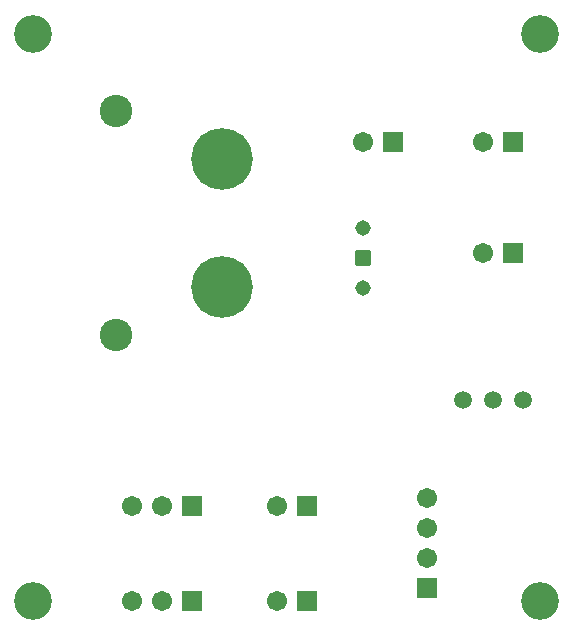
<source format=gbr>
%TF.GenerationSoftware,KiCad,Pcbnew,7.0.1*%
%TF.CreationDate,2023-09-15T12:38:23+09:00*%
%TF.ProjectId,Mix necessary function,4d697820-6e65-4636-9573-736172792066,rev?*%
%TF.SameCoordinates,Original*%
%TF.FileFunction,Soldermask,Bot*%
%TF.FilePolarity,Negative*%
%FSLAX46Y46*%
G04 Gerber Fmt 4.6, Leading zero omitted, Abs format (unit mm)*
G04 Created by KiCad (PCBNEW 7.0.1) date 2023-09-15 12:38:23*
%MOMM*%
%LPD*%
G01*
G04 APERTURE LIST*
G04 Aperture macros list*
%AMRoundRect*
0 Rectangle with rounded corners*
0 $1 Rounding radius*
0 $2 $3 $4 $5 $6 $7 $8 $9 X,Y pos of 4 corners*
0 Add a 4 corners polygon primitive as box body*
4,1,4,$2,$3,$4,$5,$6,$7,$8,$9,$2,$3,0*
0 Add four circle primitives for the rounded corners*
1,1,$1+$1,$2,$3*
1,1,$1+$1,$4,$5*
1,1,$1+$1,$6,$7*
1,1,$1+$1,$8,$9*
0 Add four rect primitives between the rounded corners*
20,1,$1+$1,$2,$3,$4,$5,0*
20,1,$1+$1,$4,$5,$6,$7,0*
20,1,$1+$1,$6,$7,$8,$9,0*
20,1,$1+$1,$8,$9,$2,$3,0*%
G04 Aperture macros list end*
%ADD10RoundRect,0.101600X0.554000X-0.554000X0.554000X0.554000X-0.554000X0.554000X-0.554000X-0.554000X0*%
%ADD11C,1.311200*%
%ADD12C,3.200000*%
%ADD13RoundRect,0.101600X-0.754000X0.754000X-0.754000X-0.754000X0.754000X-0.754000X0.754000X0.754000X0*%
%ADD14C,1.711200*%
%ADD15RoundRect,0.101600X-0.754000X-0.754000X0.754000X-0.754000X0.754000X0.754000X-0.754000X0.754000X0*%
%ADD16C,5.219200*%
%ADD17C,2.753200*%
%ADD18C,1.503200*%
G04 APERTURE END LIST*
D10*
%TO.C,U$1*%
X155001100Y-100003600D03*
D11*
X155001100Y-102543600D03*
X155001100Y-97463600D03*
%TD*%
D12*
%TO.C,H3*%
X127001100Y-129003600D03*
%TD*%
D13*
%TO.C,LED*%
X160431100Y-127913600D03*
D14*
X160431100Y-125373600D03*
X160431100Y-122833600D03*
X160431100Y-120293600D03*
%TD*%
D12*
%TO.C,H1*%
X127001100Y-81003600D03*
%TD*%
D15*
%TO.C,SW2*%
X157531100Y-90143600D03*
D14*
X154991100Y-90143600D03*
%TD*%
D12*
%TO.C,H4*%
X170001100Y-129003600D03*
%TD*%
D16*
%TO.C,Lipo_THRU*%
X143001100Y-102453600D03*
X143001100Y-91553600D03*
D17*
X134101100Y-106453600D03*
X134101100Y-87553600D03*
%TD*%
D15*
%TO.C,SERVO2*%
X140541100Y-121003600D03*
D14*
X138001100Y-121003600D03*
X135461100Y-121003600D03*
%TD*%
D15*
%TO.C,AZUSA_CON2*%
X150271100Y-121003600D03*
D14*
X147731100Y-121003600D03*
%TD*%
D15*
%TO.C,AZUSA*%
X167691100Y-99573600D03*
D14*
X165151100Y-99573600D03*
%TD*%
D18*
%TO.C,LED_SW0*%
X166001100Y-112003600D03*
X163461100Y-112003600D03*
X168541100Y-112003600D03*
%TD*%
D15*
%TO.C,AZUSA_CON1*%
X150271100Y-129003600D03*
D14*
X147731100Y-129003600D03*
%TD*%
D12*
%TO.C,H2*%
X170001100Y-81003600D03*
%TD*%
D15*
%TO.C,SERVO1*%
X140541100Y-129003600D03*
D14*
X138001100Y-129003600D03*
X135461100Y-129003600D03*
%TD*%
D15*
%TO.C,SW1*%
X167691100Y-90143600D03*
D14*
X165151100Y-90143600D03*
%TD*%
M02*

</source>
